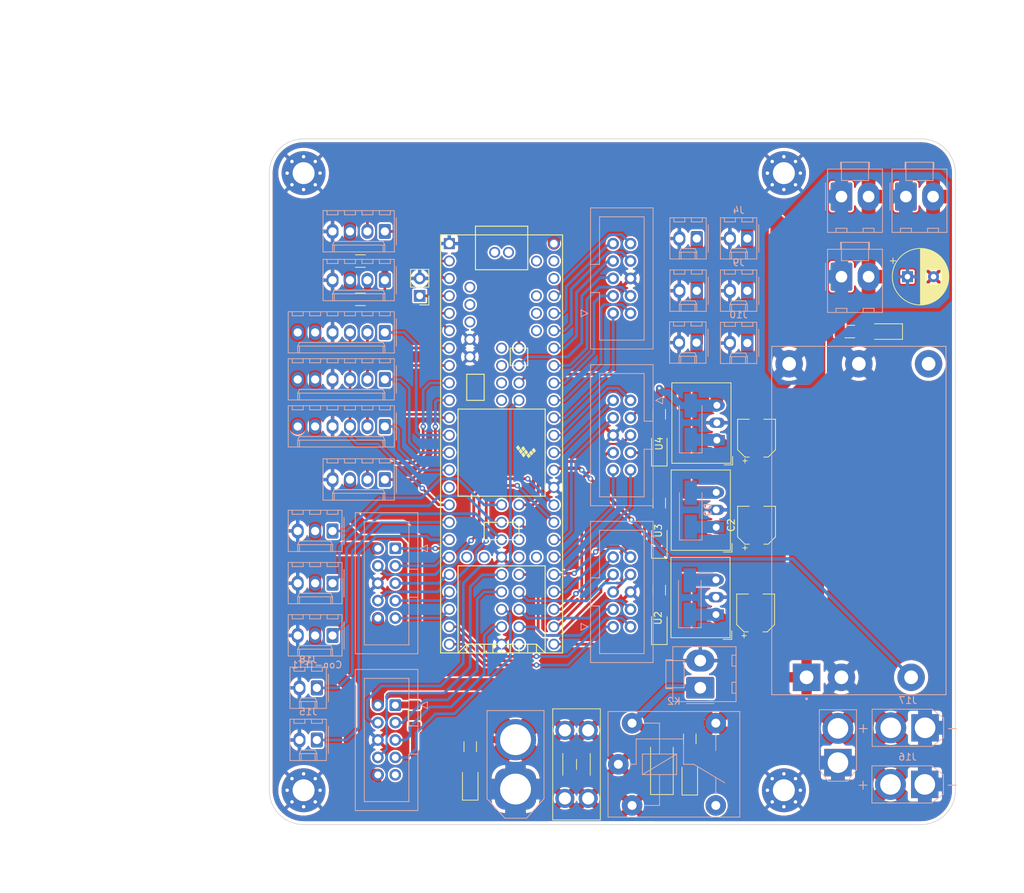
<source format=kicad_pcb>
(kicad_pcb (version 20221018) (generator pcbnew)
  (title_block (title "Main Board 2023") (date "2022-08-08") (rev "1") (company "Les Karibous") (comment 4 "AISLER Project ID: HRPDFZBS"))
  (layers (0 "F.Cu" signal "Front") (31 "B.Cu" signal "Back") (34 "B.Paste" user) (35 "F.Paste" user) (36 "B.SilkS" user "B.Silkscreen") (37 "F.SilkS" user "F.Silkscreen") (38 "B.Mask" user) (39 "F.Mask" user) (44 "Edge.Cuts" user))
  (net 0 "")
  (net 1 "RX-lidar")
  (net 2 "Init")
  (net 3 "STEP_3")
  (net 4 "DIR_3")
  (net 5 "En5VP")
  (net 6 "STEP_1")
  (net 7 "DIR_1")
  (net 8 "Tirette")
  (net 9 "STEP_2")
  (net 10 "GND")
  (net 11 "DIR_2")
  (net 12 "+3V3")
  (net 13 "+5V")
  (net 14 "+BATT")
  (net 15 "+24V")
  (net 16 "Net-(D1-A)")
  (net 17 "Net-(D3-A)")
  (net 18 "/24VD")
  (net 19 "SCL")
  (net 20 "SDA")
  (net 21 "TX-lidar")
  (net 22 "DOUT-xbee")
  (net 23 "DIN-xbee")
  (net 24 "EN")
  (net 25 "+5VP")
  (net 26 "Net-(D4-A)")
  (net 27 "NEO_PIXEL")
  (net 28 "Net-(D5-A)")
  (net 29 "Net-(D6-A)")
  (net 30 "Couleur")
  (net 31 "Detection")
  (net 32 "Net-(D8-A)")
  (net 33 "TFT_SCK")
  (net 34 "Robot")
  (net 35 "TFT_MOSI")
  (net 36 "TFT_CS")
  (net 38 "IHM_3")
  (net 39 "Sensor-01")
  (net 40 "Sensor-02")
  (net 41 "IHM_4")
  (net 44 "DAC1")
  (net 45 "DAC0")
  (net 51 "Sensor-03")
  (net 53 "TFT_MISO")
  (net 55 "TFT_DC")
  (net 67 "C_Act1-1")
  (net 68 "C_Act1-2")
  (net 69 "C_Act1-3")
  (net 70 "C_Act1-4")
  (net 71 "C_Act1-9")
  (net 72 "C_Act1-5")
  (net 73 "C_Act1-6")
  (net 74 "C_Act1-7")
  (net 75 "C_Act1-8")
  (net 76 "C_Act2-8")
  (net 77 "C_Act2-7")
  (net 78 "C_Act2-6")
  (net 79 "C_Act2-5")
  (net 80 "C_Act2-9")
  (net 81 "C_Act2-4")
  (net 82 "C_Act2-3")
  (net 83 "C_Act2-2")
  (net 84 "C_Act2-1")
  (net 85 "C_Act3-1")
  (net 86 "C_Act3-2")
  (net 87 "C_Act3-3")
  (net 88 "C_Act3-4")
  (net 89 "C_Act3-9")
  (net 90 "C_Act3-5")
  (net 91 "C_Act3-6")
  (net 92 "C_Act3-7")
  (net 93 "C_Act3-8")
  (net 94 "Net-(Con-TFT1-Pin_1)")
  (net 98 "+12V")
  (net 100 "Net-(D10-A)")
  (footprint "Capacitor_SMD:CP_Elec_5x5.4" (layer "F.Cu") (at 171.019 106.346 90)
    (fp_text reference "C2")
    (fp_text value "22uF")
  )
  (footprint "Converter_DCDC:Converter_DCDC_RECOM_R-78E-0.5_THT" (layer "F.Cu") (at 165.14 106.64 90)
    (fp_text reference "U3")
    (fp_text value "R-78B12-2.0")
  )
  (footprint "Diode_SMD:D_SMA_Handsoldering" (layer "F.Cu") (at 157.226 141.224 90)
    (fp_text reference "D4" hide)
    (fp_text value "D_Small" hide)
  )
  (footprint "Resistor_SMD:R_1206_3216Metric_Pad1.30x1.75mm_HandSolder" (layer "F.Cu") (at 184.61 78.105 180)
    (fp_text reference "R4" hide)
    (fp_text value "R_Small" hide)
  )
  (footprint "Resistor_SMD:R_1206_3216Metric_Pad1.30x1.75mm_HandSolder" (layer "F.Cu") (at 156.845 90.17 90)
    (fp_text reference "R2" hide)
    (fp_text value "R_Small" hide)
  )
  (footprint "Capacitor_SMD:CP_Elec_5x5.4" (layer "F.Cu") (at 170.886 119.139 90)
    (fp_text reference "C7" hide)
    (fp_text value "22uF" hide)
  )
  (footprint "LED_SMD:LED_1206_3216Metric_Pad1.42x1.75mm_HandSolder" (layer "F.Cu") (at 156.845 108.712 90)
    (fp_text reference "D10" hide)
    (fp_text value "LED_Small" hide)
  )
  (footprint "Resistor_SMD:R_1206_3216Metric_Pad1.30x1.75mm_HandSolder" (layer "F.Cu") (at 129.286 138.6475 90)
    (fp_text reference "R3" hide)
    (fp_text value "R_Small" hide)
  )
  (footprint "Resistor_SMD:R_1206_3216Metric_Pad1.30x1.75mm_HandSolder" (layer "F.Cu") (at 156.845 103.124 90)
    (fp_text reference "R5" hide)
    (fp_text value "R_Small" hide)
  )
  (footprint "Connector_PinHeader_2.54mm:PinHeader_1x02_P2.54mm_Vertical" (layer "F.Cu") (at 121.92 72.898 180)
    (fp_text reference "J8" hide)
    (fp_text value "Conn_01x02" hide)
  )
  (footprint "Resistor_SMD:R_1206_3216Metric_Pad1.30x1.75mm_HandSolder" (layer "F.Cu") (at 113.284 73.406 180)
    (fp_text reference "R22" hide)
    (fp_text value "R_Small" hide)
  )
  (footprint "MountingHole:MountingHole_3.2mm_M3_Pad_Via" (layer "F.Cu") (at 105 145)
    (fp_text reference "H4" hide)
    (fp_text value "M3" hide)
  )
  (footprint "Converter_DCDC:Converter_DCDC_RECOM_R-78E-0.5_THT" (layer "F.Cu") (at 165.233 93.94 90)
    (fp_text reference "U4")
    (fp_text value "R-78B5.0-2.0")
  )
  (footprint "LED_SMD:LED_1206_3216Metric_Pad1.42x1.75mm_HandSolder" (layer "F.Cu") (at 156.845 121.285 90)
    (fp_text reference "D8" hide)
    (fp_text value "LED_Small" hide)
  )
  (footprint "Resistor_SMD:R_1206_3216Metric_Pad1.30x1.75mm_HandSolder" (layer "F.Cu") (at 156.845 115.824 90)
    (fp_text reference "R17" hide)
    (fp_text value "R_Small" hide)
  )
  (footprint "Capacitor_THT:CP_Radial_D8.0mm_P3.80mm" (layer "F.Cu") (at 193.015349 70.104)
    (fp_text reference "C6" hide)
    (fp_text value "220uF" hide)
  )
  (footprint "Resistor_SMD:R_1206_3216Metric_Pad1.30x1.75mm_HandSolder" (layer "F.Cu") (at 121.158 134.112 90)
    (fp_text reference "R6" hide)
    (fp_text value "R_Small" hide)
  )
  (footprint "MountingHole:MountingHole_3.2mm_M3_Pad_Via" (layer "F.Cu") (at 175 145)
    (fp_text reference "H3" hide)
    (fp_text value "M3" hide)
  )
  (footprint "LED_SMD:LED_1206_3216Metric_Pad1.42x1.75mm_HandSolder" (layer "F.Cu") (at 156.845 95.25 90)
    (fp_text reference "D3" hide)
    (fp_text value "LED_Small" hide)
  )
  (footprint "LED_SMD:LED_1206_3216Metric_Pad1.42x1.75mm_HandSolder" (layer "F.Cu") (at 129.286 143.9815 90)
    (fp_text reference "D5" hide)
    (fp_text value "LED_Small" hide)
  )
  (footprint "Capacitor_SMD:CP_Elec_5x5.4" (layer "F.Cu") (at 171.019 93.646 90)
    (fp_text reference "C1" hide)
    (fp_text value "22uF" hide)
  )
  (footprint "Resistor_SMD:R_1206_3216Metric_Pad1.30x1.75mm_HandSolder" (layer "F.Cu") (at 113.284 67.818 180)
    (fp_text reference "R21" hide)
    (fp_text value "R_Small" hide)
  )
  (footprint "LED_SMD:LED_1206_3216Metric_Pad1.42x1.75mm_HandSolder" (layer "F.Cu") (at 161.29 143.23 90)
    (fp_text reference "D1" hide)
    (fp_text value "LED_Small" hide)
  )
  (footprint "MountingHole:MountingHole_3.2mm_M3_Pad_Via" (layer "F.Cu") (at 175 55)
    (fp_text reference "H2" hide)
    (fp_text value "M3" hide)
  )
  (footprint "Teensy:Teensy35_36_All_Pins" (layer "F.Cu") (at 133.858 94.488 -90)
    (fp_text reference "U1" hide)
    (fp_text value "Teensy3.5_All_Pins" hide)
  )
  (footprint "Converter_DCDC:Converter_DCDC_RECOM_R-78E-0.5_THT" (layer "F.Cu") (at 165.1 119.38 90)
    (fp_text reference "U2")
    (fp_text value "R-78B3.3-2.0")
  )
  (footprint "Fuse:Fuseholder_Blade_Mini_Keystone_3568" (layer "F.Cu") (at 146.48 136.264 -90)
    (fp_text reference "F1" hide)
    (fp_text value "Fuse_Small" hide)
  )
  (footprint "MountingHole:MountingHole_3.2mm_M3_Pad_Via" (layer "F.Cu") (at 105 55)
    (fp_text reference "H1" hide)
    (fp_text value "M3" hide)
  )
  (footprint "Resistor_SMD:R_1206_3216Metric_Pad1.30x1.75mm_HandSolder" (layer "F.Cu") (at 161.29 137.515 90)
    (fp_text reference "R1" hide)
    (fp_text value "R_Small" hide)
  )
  (footprint "LED_SMD:LED_1206_3216Metric_Pad1.42x1.75mm_HandSolder" (layer "F.Cu") (at 189.8275 78.105 180)
    (fp_text reference "D6" hide)
    (fp_text value "LED_Small" hide)
  )
  (footprint "Connector_Molex:Molex_KK-254_AE-6410-06A_1x06_P2.54mm_Vertical" (layer "B.Cu") (at 116.84 78.232 180)
    (fp_text reference "J5" hide)
    (fp_text value "ConStep1" hide)
  )
  (footprint "Connector_AMASS:AMASS_XT30U-F_1x02_P5.0mm_Vertical" (layer "B.Cu") (at 195.58 135.89 180)
    (fp_text reference "J17")
    (fp_text value "XT30")
  )
  (footprint "Connector_Molex:Molex_KK-254_AE-6410-04A_1x04_P2.54mm_Vertical" (layer "B.Cu") (at 116.84 70.612 180)
    (fp_text reference "J22" hide)
    (fp_text value "Conn_01x04" hide)
  )
  (footprint "Connector_IDC:IDC-Header_2x05_P2.54mm_Vertical" (layer "B.Cu") (at 118.364 132.588 180)
    (fp_text reference "Con-TFT1")
    (fp_text value "Conn_02x05_Odd_Even")
  )
  (footprint "Connector_Molex:Molex_KK-254_AE-6410-02A_1x02_P2.54mm_Vertical" (layer "B.Cu") (at 169.672 64.536 180)
    (fp_text reference "J4")
    (fp_text value "Conn_01x02")
  )
  (footprint "Connector_IDC:IDC-Header_2x05_P2.54mm_Vertical" (layer "B.Cu") (at 118.364 109.728 180)
    (fp_text reference "IHM-IO1" hide)
    (fp_text value "Conn_02x05_Odd_Even" hide)
  )
  (footprint "Connector_Molex:Molex_KK-254_AE-6410-04A_1x04_P2.54mm_Vertical" (layer "B.Cu") (at 116.84 63.5 180)
    (fp_text reference "J12" hide)
    (fp_text value "Conn_01x04" hide)
  )
  (footprint "Connector_Molex:Molex_KK-396_A-41791-0002_1x02_P3.96mm_Vertical" (layer "B.Cu") (at 183.388 70.104)
    (fp_text reference "J27" hide)
    (fp_text value "BAU" hide)
  )
  (footprint "Diode_SMD:D_SMA_Handsoldering" (layer "B.Cu") (at 161.29 116.893 90)
    (fp_text reference "D7" hide)
    (fp_text value "D_Small" hide)
  )
  (footprint "Connector_Molex:Molex_KK-254_AE-6410-02A_1x02_P2.54mm_Vertical" (layer "B.Cu") (at 169.672 79.776 180)
    (fp_text reference "J10")
    (fp_text value "Conn_01x02")
  )
  (footprint "Connector_Molex:Molex_KK-254_AE-6410-03A_1x03_P2.54mm_Vertical" (layer "B.Cu") (at 109.22 122.428 180)
    (fp_text reference "J14" hide)
    (fp_text value "Conn_01x03" hide)
  )
  (footprint "Connector_Molex:Molex_KK-254_AE-6410-02A_1x02_P2.54mm_Vertical" (layer "B.Cu") (at 169.672 72.156 180)
    (fp_text reference "J9")
    (fp_text value "Conn_01x02")
  )
  (footprint "Connector_AMASS:AMASS_XT30U-F_1x02_P5.0mm_Vertical" (layer "B.Cu") (at 182.88 140.97 90)
    (fp_text reference "J7" hide)
    (fp_text value "XT30" hide)
  )
  (footprint "Connector_Molex:Molex_KK-396_A-41791-0002_1x02_P3.96mm_Vertical" (layer "B.Cu") (at 183.388 58.42)
    (fp_text reference "J20" hide)
    (fp_text value "BAU" hide)
  )
  (footprint "Connector_IDC:IDC-Header_2x05_P2.54mm_Vertical" (layer "B.Cu") (at 152.654 88.138 180)
    (fp_text reference "C_Act2" hide)
    (fp_text value "Conn_02x05_Odd_Even" hide)
  )
  (footprint "Relay_THT:Relay_SPDT_Finder_36.11" (layer "B.Cu") (at 150.876 141.212)
    (fp_text reference "K2")
    (fp_text value "FINDER-36.11")
  )
  (footprint "Connector_Molex:Molex_KK-254_AE-6410-02A_1x02_P2.54mm_Vertical" (layer "B.Cu") (at 106.934 137.668 180)
    (fp_text reference "J15")
    (fp_text value "Conn_01x02")
  )
  (footprint "Diode_SMD:D_SMA_Handsoldering" (layer "B.Cu") (at 161.423 91.4 90)
    (fp_text reference "D2" hide)
    (fp_text value "D_Small" hide)
  )
  (footprint "Connector_Molex:Molex_KK-254_AE-6410-02A_1x02_P2.54mm_Vertical" (layer "B.Cu") (at 162.306 64.536 180)
    (fp_text reference "J29" hide)
    (fp_text value "Conn_01x02" hide)
  )
  (footprint "Connector_Molex:Molex_KK-254_AE-6410-03A_1x03_P2.54mm_Vertical" (layer "B.Cu") (at 109.22 107.188 180)
    (fp_text reference "J13" hide)
    (fp_text value "Conn_01x03" hide)
  )
  (footprint "Connector_AMASS:AMASS_XT60-M_1x02_P7.20mm_Vertical" (layer "B.Cu") (at 135.89 144.824 90)
    (fp_text reference "J1" hide)
    (fp_text value "XT60" hide)
  )
  (footprint "Connector_IDC:IDC-Header_2x05_P2.54mm_Vertical" (layer "B.Cu") (at 150.114 75.438)
    (fp_text reference "C_Act1" hide)
    (fp_text value "Conn_02x05_Odd_Even" hide)
  )
  (footprint "Connector_Molex:Molex_KK-254_AE-6410-02A_1x02_P2.54mm_Vertical" (layer "B.Cu") (at 162.266 79.7252 180)
    (fp_text reference "J28" hide)
    (fp_text value "Conn_01x02" hide)
  )
  (footprint "Diode_SMD:D_SMA_Handsoldering" (layer "B.Cu") (at 161.423 104.1 90)
    (fp_text reference "D9")
    (fp_text value "D_Small")
  )
  (footprint "Connector_Molex:Molex_KK-254_AE-6410-03A_1x03_P2.54mm_Vertical" (layer "B.Cu") (at 109.22 114.808 180)
    (fp_text reference "J11" hide)
    (fp_text value "Conn_01x03" hide)
  )
  (footprint "Connector_Molex:Molex_KK-254_AE-6410-02A_1x02_P2.54mm_Vertical" (layer "B.Cu") (at 106.934 130.068 180)
    (fp_text reference "J18")
    (fp_text value "Conn_01x02")
  )
  (footprint "Connector_AMASS:AMASS_XT30U-F_1x02_P5.0mm_Vertical" (layer "B.Cu") (at 195.54 144.145 180)
    (fp_text reference "J16")
    (fp_text value "XT30")
  )
  (footprint "Connector_Molex:Molex_KK-254_AE-6410-06A_1x06_P2.54mm_Vertical" (layer "B.Cu") (at 116.84 85.09 180)
    (fp_text reference "J3" hide)
    (fp_text value "ConStep1" hide)
  )
  (footprint "Connector_Molex:Molex_KK-254_AE-6410-04A_1x04_P2.54mm_Vertical" (layer "B.Cu") (at 116.84 99.695 180)
    (fp_text reference "J2" hide)
    (fp_text value "Conn_01x04" hide)
  )
  (footprint "TEN 50-2411:CONV_TEN_50-2411" (layer "B.Cu") (at 185.928 105.664 90)
    (fp_text reference "PS1" hide)
    (fp_text value "TEN_50-2411" hide)
  )
  (footprint "Connector_Molex:Molex_KK-254_AE-6410-06A_1x06_P2.54mm_Vertical" (layer "B.Cu") (at 116.84 91.948 180)
    (fp_text reference "J6" hide)
    (fp_text value "ConStep1" hide)
  )
  (footprint "Connector_Molex:Molex_KK-254_AE-6410-02A_1x02_P2.54mm_Vertical" (layer "B.Cu") (at 162.306 72.156 180)
    (fp_text reference "J23" hide)
    (fp_text value "Conn_01x02" hide)
  )
  (footprint "Connector_Molex:Molex_KK-396_A-41791-0002_1x02_P3.96mm_Vertical" (layer "B.Cu") (at 162.814 130.048 90)
    (fp_text reference "J21" hide)
    (fp_text value "BAU" hide)
  )
  (footprint "Connector_IDC:IDC-Header_2x05_P2.54mm_Vertical" (layer "B.Cu") (at 150.114 121.158)
    (fp_text reference "C_Act3" hide)
    (fp_text value "Conn_02x05_Odd_Even" hide)
  )
  (footprint "Connector_Molex:Molex_KK-396_A-41791-0002_1x02_P3.96mm_Vertical" (layer "B.Cu") (at 192.786 58.42)
    (fp_text reference "J26" hide)
    (fp_text value "BAU" hide)
  )
  (gr_line locked (start 200 145) (end 200 55) (stroke (width 0.1)) (layer "Edge.Cuts"))
  (gr_arc locked (start 100 55) (mid 101.464466 51.464466) (end 105 50) (stroke (width 0.1)) (layer "Edge.Cuts"))
  (gr_line locked (start 195 50) (end 105 50) (stroke (width 0.1)) (layer "Edge.Cuts"))
  (gr_arc locked (start 195 50) (mid 198.535534 51.464466) (end 200 55) (stroke (width 0.1)) (layer "Edge.Cuts"))
  (gr_line locked (start 105 150) (end 195 150) (stroke (width 0.1)) (layer "Edge.Cuts"))
  (gr_arc locked (start 105 150) (mid 101.464466 148.535534) (end 100 145) (stroke (width 0.1)) (layer "Edge.Cuts"))
  (gr_arc locked (start 200 145) (mid 198.535534 148.535534) (end 195 150) (stroke (width 0.1)) (layer "Edge.Cuts"))
  (gr_line locked (start 100 55) (end 100 145) (stroke (width 0.1)) (layer "Edge.Cuts"))
  (segment (start 125.476 70.358) (end 126.238 70.358) (width 0.4) (layer "F.Cu") (net 1))
  (segment (start 116.84 63.5) (end 118.618 63.5) (width 0.4) (layer "F.Cu") (net 1))
  (segment (start 118.618 63.5) (end 125.476 70.358) (width 0.4) (layer "F.Cu") (net 1))
  (segment (start 116.332 105.918) (end 112.106 110.144) (width 0.4) (layer "B.Cu") (net 2))
  (segment (start 112.106 127.924) (end 109.962 130.068) (width 0.4) (layer "B.Cu") (net 2))
  (segment (start 109.962 130.068) (end 106.934 130.068) (width 0.4) (layer "B.Cu") (net 2))
  (segment (start 112.106 110.144) (end 112.106 127.924) (width 0.4) (layer "B.Cu") (net 2))
  (segment (start 126.238 105.918) (end 116.332 105.918) (width 0.4) (layer "B.Cu") (net 2))
  (segment (start 114.3 90.6145) (end 114.3 91.948) (width 0.4) (layer "F.Cu") (net 3))
  (segment (start 126.238 90.678) (end 125.222 90.678) (width 0.4) (layer "F.Cu") (net 3))
  (segment (start 125.222 90.678) (end 124.714 90.17) (width 0.4) (layer "F.Cu") (net 3))
  (segment (start 124.714 90.17) (end 114.7445 90.17) (width 0.4) (layer "F.Cu") (net 3))
  (segment (start 114.7445 90.17) (end 114.3 90.6145) (width 0.4) (layer "F.Cu") (net 3))
  (segment (start 118.364 91.948) (end 116.84 91.948) (width 0.4) (layer "B.Cu") (net 4))
  (segment (start 118.872 92.456) (end 118.364 91.948) (width 0.4) (layer "B.Cu") (net 4))
  (segment (start 121.92 98.298) (end 118.872 95.25) (width 0.4) (layer "B.Cu") (net 4))
  (segment (start 118.872 95.25) (end 118.872 92.456) (width 0.4) (layer "B.Cu") (net 4))
  (segment (start 126.238 98.298) (end 121.92 98.298) (width 0.4) (layer "B.Cu") (net 4))
  (segment (start 145.542 98.298) (end 145.288 98.044) (width 0.5) (layer "F.Cu") (net 5))
  (segment (start 145.288 98.044) (end 141.732 98.044) (width 0.5) (layer "F.Cu") (net 5))
  (segment (start 141.732 98.044) (end 141.478 98.298) (width 0.5) (layer "F.Cu") (net 5))
  (segment (start 152.781 105.537) (end 146.812 99.568) (width 0.5) (layer "F.Cu") (net 5))
  (via (at 145.542 98.298) (size 0.8) (drill 0.4) (layers "F.Cu" "B.Cu") (net 5))
  (via (at 146.812 99.568) (size 0.8) (drill 0.4) (layers "F.Cu" "B.Cu") (net 5))
  (via (at 152.781 105.537) (size 0.8) (drill 0.4) (layers "F.Cu" "B.Cu") (net 5))
  (segment (start 152.781 105.537) (end 158.496 111.252) (width 0.5) (layer "B.Cu") (net 5))
  (segment (start 158.496 111.252) (end 176.276 111.252) (width 0.5) (layer "B.Cu") (net 5))
  (segment (start 146.812 99.568) (end 145.542 98.298) (width 0.5) (layer "B.Cu") (net 5))
  (segment (start 176.276 111.252) (end 193.548 128.524) (width 0.5) (layer "B.Cu") (net 5))
  (segment (start 126.238 80.518) (end 115.062 80.518) (width 0.4) (layer "F.Cu") (net 6))
  (segment (start 114.3 79.756) (end 114.3 78.232) (width 0.4) (layer "F.Cu") (net 6))
  (segment (start 115.062 80.518) (end 114.3 79.756) (width 0.4) (layer "F.Cu") (net 6))
  (segment (start 121.412 80.01) (end 119.634 78.232) (width 0.4) (layer "B.Cu") (net 7))
  (segment (start 126.238 93.218) (end 121.92 93.218) (width 0.4) (layer "B.Cu") (net 7))
  (segment (start 121.92 93.218) (end 121.412 92.71) (width 0.4) (layer "B.Cu") (net 7))
  (segment (start 121.412 92.71) (end 121.412 80.01) (width 0.4) (layer "B.Cu") (net 7))
  (segment (start 119.634 78.232) (end 116.84 78.232) (width 0.4) (layer "B.Cu") (net 7))
  (segment (start 113.03 110.49) (end 113.03 135.89) (width 0.4) (layer "B.Cu") (net 8))
  (segment (start 126.238 108.458) (end 123.444 108.458) (width 0.4) (layer "B.Cu") (net 8))
  (segment (start 123.444 108.458) (end 122.936 107.95) (width 0.4) (layer "B.Cu") (net 8))
  (segment (start 113.03 135.89) (end 111.252 137.668) (width 0.4) (layer "B.Cu") (net 8))
  (segment (start 122.936 107.95) (end 115.57 107.95) (width 0.4) (layer "B.Cu") (net 8))
  (segment (start 111.252 137.668) (end 106.934 137.668) (width 0.4) (layer "B.Cu") (net 8))
  (segment (start 115.57 107.95) (end 113.03 110.49) (width 0.4) (layer "B.Cu") (net 8))
  (segment (start 126.238 83.058) (end 115.062 83.058) (width 0.4) (layer "F.Cu") (net 9))
  (segment (start 114.3 83.82) (end 114.3 85.09) (width 0.4) (layer "F.Cu") (net 9))
  (segment (start 115.062 83.058) (end 114.3 83.82) (width 0.4) (layer "F.Cu") (net 9))
  (segment (start 120.396 94.234) (end 120.396 86.36) (width 0.4) (layer "B.Cu") (net 11))
  (segment (start 120.396 86.36) (end 119.126 85.09) (width 0.4) (layer "B.Cu") (net 11))
  (segment (start 121.92 95.758) (end 120.396 94.234) (width 0.4) (layer "B.Cu") (net 11))
  (segment (start 126.238 95.758) (end 121.92 95.758) (width 0.4) (layer "B.Cu") (net 11))
  (segment (start 119.126 85.09) (end 116.84 85.09) (width 0.4) (layer "B.Cu") (net 11))
  (segment (start 160.528 114.3) (end 160.528 123.444) (width 1.8) (layer "F.Cu") (net 12))
  (segment (start 121.412 129.54) (end 116.84 129.54) (width 1.8) (layer "F.Cu") (net 12))
  (segment (start 119.38 106.68) (end 121.285 108.585) (width 1.8) (layer "F.Cu") (net 12))
  (segment (start 116.84 125.095) (end 115.824 124.079) (width 1.8) (layer "F.Cu") (net 12))
  (segment (start 156.871 114.3) (end 165.1 114.3) (width 1.8) (layer "F.Cu") (net 12))
  (segment (start 165.1 114.3) (end 160.528 114.3) (width 1.8) (layer "F.Cu") (net 12))
  (segment (start 115.824 130.556) (end 115.824 132.588) (width 1.8) (layer "F.Cu") (net 12))
  (segment (start 121.285 129.413) (end 121.412 129.54) (width 1.8) (layer "F.Cu") (net 12))
  (segment (start 160.528 123.444) (end 154.432 129.54) (width 1.8) (layer "F.Cu") (net 12))
  (segment (start 111.76 104.648) (end 113.792 106.68) (width 1.8) (layer "F.Cu") (net 12))
  (segment (start 156.845 114.274) (end 156.871 114.3) (width 1.8) (layer "F.Cu") (net 12))
  (segment (start 116.84 125.095) (end 116.84 129.54) (width 1.8) (layer "F.Cu") (net 12))
  (segment (start 113.792 106.68) (end 119.38 106.68) (width 1.8) (layer "F.Cu") (net 12))
  (segment (start 111.76 99.695) (end 111.76 104.648) (width 1.8) (layer "F.Cu") (net 12))
  (segment (start 116.84 129.54) (end 115.824 130.556) (width 1.8) (layer "F.Cu") (net 12))
  (segment (start 121.285 108.585) (end 121.285 129.413) (width 1.8) (layer "F.Cu") (net 12))
  (segment (start 154.432 129.54) (end 121.412 129.54) (width 1.8) (layer "F.Cu") (net 12))
  (segment (start 115.824 124.079) (end 115.824 119.888) (width 1.8) (layer "F.Cu") (net 12))
  (segment (start 165.007 114.393) (end 165.1 114.3) (width 1.8) (layer "B.Cu") (net 12))
  (segment (start 161.29 114.393) (end 165.007 114.393) (width 1.8) (layer "B.Cu") (net 12))
  (segment (start 106.68 109.728) (end 115.824 109.728) (width 1.8) (layer "F.Cu") (net 13))
  (segment (start 111.76 70.612) (end 111.76 73.38) (width 1.8) (layer "F.Cu") (net 13))
  (segment (start 106.68 114.808) (end 106.68 122.428) (width 1.8) (layer "F.Cu") (net 13))
  (segment (start 106.68 76.2) (end 106.68 78.232) (width 1.8) (layer "F.Cu") (net 13))
  (segment (start 116.332 145.288) (end 120.65 145.288) (width 1) (layer "F.Cu") (net 13))
  (segment (start 106.68 91.948) (end 106.68 107.188) (width 1.8) (layer "F.Cu") (net 13))
  (segment (start 111.76 63.5) (end 111.76 67.792) (width 1.8) (layer "F.Cu") (net 13))
  (segment (start 169.672 72.156) (end 169.672 64.536) (width 1.8) (layer "F.Cu") (net 13))
  (segment (start 169.672 79.776) (end 169.672 72.156) (width 1.8) (layer "F.Cu") (net 13))
  (segment (start 111.76 73.38) (end 111.734 73.406) (width 1.8) (layer "F.Cu") (net 13))
  (segment (start 120.65 145.288) (end 121.158 144.78) (width 1) (layer "F.Cu") (net 13))
  (segment (start 106.68 122.428) (end 106.68 124.873) (width 1.8) (layer "F.Cu") (net 13))
  (segment (start 115.824 144.78) (end 116.332 145.288) (width 1) (layer "F.Cu") (net 13))
  (segment (start 111.76 67.792) (end 111.734 67.818) (width 1.8) (layer "F.Cu") (net 13))
  (segment (start 111.76 141.732) (end 112.776 142.748) (width 1.8) (layer "F.Cu") (net 13))
  (segment (start 114.3 58.42) (end 111.76 60.96) (width 1.8) (layer "F.Cu") (net 13))
  (segment (start 169.672 62.992) (end 165.1 58.42) (width 1.8) (layer "F.Cu") (net 13))
  (segment (start 111.734 73.406) (end 111.734 74.194) (width 1.8) (layer "F.Cu") (net 13))
  (segment (start 169.672 64.536) (end 169.672 62.992) (width 1.8) (layer "F.Cu") (net 13))
  (segment (start 111.252 74.676) (end 108.204 74.676) (width 1.8) (layer "F.Cu") (net 13))
  (segment (start 140.208 58.42) (end 114.3 58.42) (width 1.8) (layer "F.Cu") (net 13))
  (segment (start 165.1 58.42) (end 140.208 58.42) (width 1.8) (layer "F.Cu") (net 13))
  (segment (start 106.68 124.873) (end 111.76 129.953) (width 1.8) (layer "F.Cu") (net 13))
  (segment (start 111.734 74.194) (end 111.252 74.676) (width 1.8) (layer "F.Cu") (net 13))
  (segment (start 166.116 83.82) (end 169.164 83.82) (width 1.8) (layer "F.Cu") (net 13))
  (segment (start 111.76 60.96) (end 111.76 63.5) (width 1.8) (layer "F.Cu") (net 13))
  (segment (start 169.672 83.312) (end 169.672 79.776) (width 1.8) (layer "F.Cu") (net 13))
  (segment (start 106.68 85.09) (end 106.68 91.948) (width 1.8) (layer "F.Cu") (net 13))
  (segment (start 111.76 129.953) (end 111.76 141.732) (width 1.8) (layer "F.Cu") (net 13))
  (segment (start 106.68 78.232) (end 106.68 85.09) (width 1.8) (layer "F.Cu") (net 13))
  (segment (start 106.68 109.728) (end 106.68 114.808) (width 1.8) (layer "F.Cu") (net 13))
  (segment (start 141.224 58.42) (end 140.208 58.42) (width 1.8) (layer "F.Cu") (net 13))
  (segment (start 106.68 107.188) (end 106.68 109.728) (width 1.8) (layer "F.Cu") (net 13))
  (segment (start 169.164 83.82) (end 169.672 83.312) (width 1.8) (layer "F.Cu") (net 13))
  (segment (start 112.776 142.748) (end 115.824 142.748) (width 1.8) (layer "F.Cu") (net 13))
  (segment (start 165.233 88.86) (end 165.233 84.703) (width 1.8) (layer "F.Cu") (net 13))
  (segment (start 111.734 70.586) (end 111.76 70.612) (width 1.8) (layer "F.Cu") (net 13))
  (segment (start 121.158 144.78) (end 121.158 135.662) (width 1) (layer "F.Cu") (net 13))
  (segment (start 165.233 84.703) (end 166.116 83.82) (width 1.8) (layer "F.Cu") (net 13))
  (segment (start 115.824 142.748) (end 115.824 144.78) (width 1) (layer "F.Cu") (net 13))
  (segment (start 141.478 65.278) (end 141.478 58.674) (width 1.8) (layer "F.Cu") (net 13))
  (segment (start 108.204 74.676) (end 106.68 76.2) (width 1.8) (layer "F.Cu") (net 13))
  (segment (start 141.478 58.674) (end 141.224 58.42) (width 1.8) (layer "F.Cu") (net 13))
  (segment (start 111.734 67.818) (end 111.734 70.586) (width 1.8) (layer "F.Cu") (net 13))
  (segment (start 156.845 86.36) (end 156.845 88.62) (width 1) (layer "F.Cu") (net 13))
  (via (at 156.845 86.36) (size 0.8) (drill 0.4) (layers "F.Cu" "B.Cu") (net 13))
  (segment (start 161.423 88.9) (end 165.193 88.9) (width 1.8) (layer "B.Cu") (net 13))
  (segment (start 161.423 88.9) (end 160.02 88.9) (width 1) (layer "B.Cu") (net 13))
  (segment (start 158.115 86.995) (end 157.48 86.995) (width 1) (layer "B.Cu") (net 13))
  (segment (start 165.193 88.9) (end 165.233 88.86) (width 1) (layer "B.Cu") (net 13))
  (segment (start 157.48 86.995) (end 156.845 86.36) (width 1) (layer "B.Cu") (net 13))
  (segment (start 160.02 88.9) (end 158.115 86.995) (width 1) (layer "B.Cu") (net 13))
  (segment (start 132.544 137.624) (end 135.89 137.624) (width 1) (layer "F.Cu") (net 14))
  (segment (start 132.0175 137.0975) (end 132.544 137.624) (width 1) (layer "F.Cu") (net 14))
  (segment (start 129.286 137.0975) (end 132.0175 137.0975) (width 1) (layer "F.Cu") (net 14))
  (segment (start 171.019 95.846) (end 176.276 95.846) (width 2) (layer "F.Cu") (net 15))
  (segment (start 179.832 79.756) (end 174.244 74.168) (width 2.4) (layer "F.Cu") (net 15))
  (segment (start 170.886 121.339) (end 167.059 121.339) (width 2) (layer "F.Cu") (net 15))
  (segment (start 167.139 95.846) (end 165.233 93.94) (width 2) (layer "F.Cu") (net 15))
  (segment (start 165.076 135.212) (end 162.043 135.212) (width 1) (layer "F.Cu") (net 15))
  (segment (start 166.878 55.118) (end 112.776 55.118) (width 2.4) (layer "F.Cu") (net 15))
  (segment (start 179.832 86.36) (end 179.832 79.756) (width 2.4) (layer "F.Cu") (net 15))
  (segment (start 165.14 106.64) (end 169.113 106.64) (width 2) (layer "F.Cu") (net 15))
  (segment (start 170.886 121.339) (end 170.959 121.412) (width 2) (layer "F.Cu") (net 15))
  (segment (start 112.776 55.118) (end 104.14 63.754) (width 2.4) (layer "F.Cu") (net 15))
  (segment (start 104.14 63.754) (end 104.14 78.232) (width 2.4) (layer "F.Cu") (net 15))
  (segment (start 104.14 85.09) (end 104.14 78.232) (width 2.4) (layer "F.Cu") (net 15))
  (segment (start 177.292 88.9) (end 179.832 86.36) (width 2.4) (layer "F.Cu") (net 15))
  (segment (start 169.113 106.64) (end 171.019 108.546) (width 2) (layer "F.Cu") (net 15))
  (segment (start 174.244 74.168) (end 174.244 62.484) (width 2.4) (layer "F.Cu") (net 15))
  (segment (start 174.244 62.484) (end 166.878 55.118) (width 2.4) (layer "F.Cu") (net 15))
  (segment (start 171.019 108.546) (end 176.276 108.546) (width 2) (layer "F.Cu") (net 15))
  (segment (start 162.043 135.212) (end 161.29 135.965) (width 1) (layer "F.Cu") (net 15))
  (segment (start 167.059 121.339) (end 165.1 119.38) (width 2) (layer "F.Cu") (net 15))
  (segment (start 104.14 91.948) (end 104.14 85.09) (width 2.4) (layer "F.Cu") (net 15))
  (segment (start 171.019 95.846) (end 167.139 95.846) (width 2) (layer "F.Cu") (net 15))
  (segment (start 170.959 121.412) (end 176.276 121.412) (width 2) (layer "F.Cu") (net 15))
  (segment (start 161.423 93.9) (end 165.193 93.9) (width 1.8) (layer "B.Cu") (net 15))
  (segment (start 165.193 93.9) (end 165.233 93.94) (width 1) (layer "B.Cu") (net 15))
  (segment (start 161.29 119.393) (end 165.087 119.393) (width 1.8) (layer "B.Cu") (net 15))
  (segment (start 165.087 119.393) (end 165.1 119.38) (width 2) (layer "B.Cu") (net 15))
  (segment (start 165.1 106.6) (end 165.14 106.64) (width 1) (layer "B.Cu") (net 15))
  (segment (start 161.423 106.6) (end 165.1 106.6) (width 1.8) (layer "B.Cu") (net 15))
  (segment (start 161.29 139.065) (end 161.29 141.7425) (width 1) (layer "F.Cu") (net 16))
  (segment (start 156.845 91.72) (end 156.845 93.7625) (width 1) (layer "F.Cu") (net 17))
  (segment (start 157.226 143.724) (end 156.364 143.724) (width 1) (layer "F.Cu") (net 18))
  (segment (start 156.364 143.724) (end 152.876 147.212) (width 1) (layer "F.Cu") (net 18))
  (segment (start 116.713 67.818) (end 116.84 67.945) (width 1) (layer "F.Cu") (net 19))
  (segment (start 119.126 75.438) (end 116.84 73.152) (width 0.4) (layer "F.Cu") (net 19))
  (segment (start 116.84 67.945) (end 116.84 70.612) (width 1) (layer "F.Cu") (net 19))
  (segment (start 126.238 75.438) (end 119.126 75.438) (width 0.4) (layer "F.Cu") (net 19))
  (segment (start 116.713 67.818) (end 114.834 67.818) (width 1) (layer "F.Cu") (net 19))
  (segment (start 116.84 73.152) (end 116.84 70.612) (width 0.4) (layer "F.Cu") (net 19))
  (segment (start 126.238 77.978) (end 125.222 76.962) (width 0.4) (layer "F.Cu") (net 20))
  (segment (start 125.222 76.962) (end 118.491 76.962) (width 0.4) (layer "F.Cu") (net 20))
  (segment (start 118.491 76.962) (end 114.935 73.406) (width 0.4) (layer "F.Cu") (net 20))
  (segment (start 114.935 73.406) (end 114.834 73.406) (width 0.5) (layer "F.Cu") (net 20))
  (segment (start 114.834 72.416) (end 114.834 73.406) (width 1) (layer "F.Cu") (net 20))
  (segment (start 114.3 71.882) (end 114.834 72.416) (width 1) (layer "F.Cu") (net 20))
  (segment (start 114.3 70.612) (end 114.3 71.882) (width 1) (layer "F.Cu") (net 20))
  (segment (start 118.618 61.468) (end 114.808 61.468) (width 0.4) (layer "F.Cu") (net 21))
  (segment (start 126.238 67.818) (end 124.968 67.818) (width 0.4) (layer "F.Cu") (net 21))
  (segment (start 124.968 67.818) (end 118.618 61.468) (width 0.4) (layer "F.Cu") (net 21))
  (segment (start 114.3 61.976) (end 114.3 63.5) (width 0.4) (layer "F.Cu") (net 21))
  (segment (start 114.808 61.468) (end 114.3 61.976) (width 0.4) (layer "F.Cu") (net 21))
  (segment (start 120.904 97.282) (end 115.316 97.282) (width 0.4) (layer "F.Cu") (net 22))
  (segment (start 114.3 98.298) (end 114.3 99.695) (width 0.4) (layer "F.Cu") (net 22))
  (segment (start 122.428 95.758) (end 120.904 97.282) (width 0.4) (layer "F.Cu") (net 22))
  (segment (start 115.316 97.282) (end 114.3 98.298) (width 0.4) (layer "F.Cu") (net 22))
  (segment (start 122.428 91.948) (end 122.428 95.758) (width 0.4) (layer "F.Cu") (net 22))
  (via (at 122.428 91.948) (size 0.8) (drill 0.4) (layers "F.Cu" "B.Cu") (net 22))
  (segment (start 122.428 91.948) (end 122.428 86.614) (width 0.4) (layer "B.Cu") (net 22))
  (segment (start 123.444 85.598) (end 126.238 85.598) (width 0.4) (layer "B.Cu") (net 22))
  (segment (start 122.428 86.614) (end 123.444 85.598) (width 0.4) (layer "B.Cu") (net 22))
  (segment (start 124.206 91.948) (end 124.206 96.266) (width 0.4) (layer "F.Cu") (net 23))
  (segment (start 120.777 99.695) (end 116.84 99.695) (width 0.4) (layer "F.Cu") (net 23))
  (segment (start 124.206 96.266) (end 120.777 99.695) (width 0.4) (layer "F.Cu") (net 23))
  (via (at 124.206 91.948) (size 0.8) (drill 0.4) (layers "F.Cu" "B.Cu") (net 23))
  (segment (start 124.206 91.948) (end 124.206 88.392) (width 0.4) (layer "B.Cu") (net 23))
  (segment (start 124.206 88.392) (end 124.46 88.138) (width 0.4) (layer "B.Cu") (net 23))
  (segment (start 124.46 88.138) (end 126.238 88.138) (width 0.4) (layer "B.Cu") (net 23))
  (segment (start 124.714 103.378) (end 126.238 103.378) (width 0.4) (layer "F.Cu") (net 24))
  (segment (start 111.76 78.232) (end 111.76 85.09) (width 0.4) (layer "F.Cu") (net 24))
  (segment (start 122.301 100.965) (end 124.714 103.378) (width 0.4) (layer "F.Cu") (net 24))
  (segment (start 111.76 91.948) (end 111.76 85.09) (width 0.4) (layer "F.Cu") (net 24))
  (via (at 122.301 100.965) (size 0.8) (drill 0.4) (layers "F.Cu" "B.Cu") (net 24))
  (segment (start 115.824 94.488) (end 112.776 94.488) (width 0.4) (layer "B.Cu") (net 24))
  (segment (start 122.301 100.965) (end 115.824 94.488) (width 0.4) (layer "B.Cu") (net 24))
  (segment (start 111.76 93.472) (end 111.76 91.948) (width 0.4) (layer "B.Cu") (net 24))
  (segment (start 112.776 94.488) (end 111.76 93.472) (width 0.4) (layer "B.Cu") (net 24))
  (segment (start 183.388 77.777) (end 183.06 78.105) (width 1) (layer "F.Cu") (net 25))
  (segment (start 183.388 70.104) (end 183.388 77.777) (width 1) (layer "F.Cu") (net 25))
  (segment (start 153.714 135.212) (end 157.226 138.724) (width 1) (layer "F.Cu") (net 26))
  (segment (start 152.876 135.212) (end 153.714 135.212) (width 1) (layer "F.Cu") (net 26))
  (segment (start 162.814 130.048) (end 158.04 130.048) (width 1) (layer "B.Cu") (net 26))
  (segment (start 158.04 130.048) (end 152.876 135.212) (width 1) (layer "B.Cu") (net 26))
  (segment (start 132.08 78.994) (end 135.89 78.994) (width 0.4) (layer "F.Cu") (net 27))
  (segment (start 124.206 109.728) (end 126.805057 109.728) (width 0.4) (layer "F.Cu") (net 27))
  (segment (start 129.794 106.739057) (end 129.794 102.108) (width 0.4) (layer "F.Cu") (net 27))
  (segment (start 136.398 79.502) (end 136.398 80.518) (width 0.4) (layer "F.Cu") (net 27))
  (segment (start 129.794 102.108) (end 131.572 100.33) (width 0.4) (layer "F.Cu") (net 27))
  (segment (start 126.805057 109.728) (end 129.794 106.739057) (width 0.4) (layer "F.Cu") (net 27))
  (segment (start 131.572 79.502) (end 132.08 78.994) (width 0.4) (layer "F.Cu") (net 27))
  (segment (start 135.89 78.994) (end 136.398 79.502) (width 0.4) (layer "F.Cu") (net 27))
  (segment (start 131.572 100.33) (end 131.572 79.502) (width 0.4) (layer "F.Cu") (net 27))
  (via (at 124.206 109.728) (size 0.8) (drill 0.4) (layers "F.Cu" "B.Cu") (net 27))
  (segment (start 124.206 109.728) (end 118.364 109.728) (width 0.4) (layer "B.Cu") (net 27))
  (segment (start 129.286 140.1975) (end 129.286 142.494) (width 1) (layer "F.Cu") (net 28))
  (segment (start 186.16 78.105) (end 188.34 78.105) (width 1) (layer "F.Cu") (net 29))
  (segment (start 124.206 112.268) (end 125.476 110.998) (width 0.4) (layer "B.Cu") (net 30))
  (segment (start 125.476 110.998) (end 126.238 110.998) (width 0.4) (layer "B.Cu") (net 30))
  (segment (start 118.364 112.268) (end 124.206 112.268) (width 0.4) (layer "B.Cu") (net 30))
  (segment (start 125.984 113.538) (end 126.238 113.538) (width 0.4) (layer "B.Cu") (net 31))
  (segment (start 118.364 114.808) (end 124.714 114.808) (width 0.4) (layer "B.Cu") (net 31))
  (segment (start 124.714 114.808) (end 125.984 113.538) (width 0.4) (layer "B.Cu") (net 31))
  (segment (start 156.845 119.7975) (end 156.845 117.755) (width 1) (layer "F.Cu") (net 32))
  (segment (start 123.444 132.842) (end 120.508 135.778) (width 0.4) (layer "B.Cu") (net 33))
  (segment (start 119.888 137.668) (end 118.364 137.668) (width 0.4) (layer "B.Cu") (net 33))
  (segment (start 132.588 121.158) (end 131.318 122.428) (width 0.4) (layer "B.Cu") (net 33))
  (segment (start 120.508 137.048) (end 119.888 137.668) (width 0.4) (layer "B.Cu") (net 33))
  (segment (start 131.318 122.428) (end 131.318 128.016) (width 0.4) (layer "B.Cu") (net 33))
  (segment (start 120.508 135.778) (end 120.508 137.048) (width 0.4) (layer "B.Cu") (net 33))
  (segment (start 131.318 128.016) (end 126.492 132.842) (width 0.4) (layer "B.Cu") (net 33))
  (segment (start 126.492 132.842) (end 123.444 132.842) (width 0.4) (layer "B.Cu") (net 33))
  (segment (start 133.858 121.158) (end 132.588 121.158) (width 0.4) (layer "B.Cu") (net 33))
  (segment (start 121.92 73.025) (end 122.047 72.898) (width 1) (layer "F.Cu") (net 34))
  (segment (start 125.984 72.898) (end 126.111 73.025) (width 1) (layer "F.Cu") (net 34))
  (segment (start 122.047 72.898) (end 125.984 72.898) (width 0.4) (layer "F.Cu") (net 34))
  (segment (start 130.302 127.508) (end 130.302 117.094) (width 0.4) (layer "B.Cu") (net 35))
  (segment (start 130.302 117.094) (end 131.318 116.078) (width 0.4) (layer "B.Cu") (net 35))
  (segment (start 122.682 131.826) (end 125.984 131.826) (width 0.4) (layer "B.Cu") (net 35))
  (segment (start 131.318 116.078) (end 133.858 116.078) (width 0.4) (layer "B.Cu") (net 35))
  (segment (start 125.984 131.826) (end 130.302 127.508) (width 0.4) (layer "B.Cu") (net 35))
  (segment (start 118.364 135.128) (end 119.38 135.128) (width 0.4) (layer "B.Cu") (net 35))
  (segment (start 119.38 135.128) (end 122.682 131.826) (width 0.4) (layer "B.Cu") (net 35))
  (segment (start 125.519619 130.81) (end 129.286 127.043619) (width 0.4) (layer "B.Cu") (net 36))
  (segment (start 131.020381 113.581619) (end 133.858 113.581619) (width 0.4) (layer "B.Cu") (net 36))
  (segment (start 117.094 138.981619) (end 115.824 140.251619) (width 0.4) (layer "B.Cu") (net 36))
  (segment (start 129.286 127.043619) (end 129.286 115.316) (width 0.4) (layer "B.Cu") (net 36))
  (segment (start 129.286 115.316) (end 131.020381 113.581619) (width 0.4) (layer "B.Cu") (net 36))
  (segment (start 117.094 131.572) (end 117.094 131.318) (width 0.4) (layer "B.Cu") (net 36))
  (segment (start 117.094 131.318) (end 117.602 130.81) (width 0.4) (layer "B.Cu") (net 36))
  (segment (start 117.094 131.572) (end 117.094 138.981619) (width 0.3) (layer "B.Cu") (net 36))
  (segment (start 117.602 130.81) (end 125.519619 130.81) (width 0.4) (layer "B.Cu") (net 36))
  (segment (start 124.968 117.348) (end 126.238 116.078) (width 0.4) (layer "B.Cu") (net 38))
  (segment (start 118.364 117.348) (end 124.968 117.348) (width 0.4) (layer "B.Cu") (net 38))
  (segment (start 133.604 108.204) (end 133.604 108.458) (width 0.4) (layer "B.Cu") (net 39))
  (segment (start 109.22 122.428) (end 111.252 120.396) (width 0.4) (layer "B.Cu") (net 39))
  (segment (start 130.068 104.668) (end 133.604 108.204) (width 0.4) (layer "B.Cu") (net 39))
  (segment (start 111.252 109.728) (end 116.312 104.668) (width 0.4) (layer "B.Cu") (net 39))
  (segment (start 111.252 120.396) (end 111.252 109.728) (width 0.4) (layer "B.Cu") (net 39))
  (segment (start 116.312 104.668) (end 130.068 104.668) (width 0.4) (layer "B.Cu") (net 39))
  (segment (start 123.302 103.52) (end 124.734 102.088) (width 0.4) (layer "B.Cu") (net 40))
  (segment (start 110.236 113.792) (end 110.236 109.474) (width 0.4) (layer "B.Cu") (net 40))
  (segment (start 132.588 105.918) (end 133.858 105.918) (width 0.4) (layer "B.Cu") (net 40))
  (segment (start 124.734 102.088) (end 128.758 102.088) (width 0.4) (layer "B.Cu") (net 40))
  (segment (start 116.19 103.52) (end 123.302 103.52) (width 0.4) (layer "B.Cu") (net 40))
  (segment (start 110.236 109.474) (end 116.19 103.52) (width 0.4) (layer "B.Cu") (net 40))
  (segment (start 128.758 102.088) (end 132.588 105.918) (width 0.4) (layer "B.Cu") (net 40))
  (segment (start 109.22 114.808) (end 110.236 113.792) (width 0.4) (layer "B.Cu") (net 40))
  (segment (start 124.968 119.888) (end 126.238 118.618) (width 0.4) (layer "B.Cu") (net 41))
  (segment (start 118.364 119.888) (end 124.968 119.888) (width 0.4) (layer "B.Cu") (net 41))
  (segment (start 130.594 102.578) (end 130.594 107.404) (width 0.4) (layer "F.Cu") (net 44))
  (segment (start 133.604 99.568) (end 130.594 102.578) (width 0.4) (layer "F.Cu") (net 44))
  (segment (start 130.594 107.404) (end 129.413 108.585) (width 0.4) (layer "F.Cu") (net 44))
  (segment (start 137.668 99.568) (end 133.604 99.568) (width 0.4) (layer "F.Cu") (net 44))
  (via (at 129.413 108.585) (size 0.8) (drill 0.4) (layers "F.Cu" "B.Cu") (net 44))
  (via (at 137.668 99.568) (size 0.8) (drill 0.4) (layers "F.Cu" "B.Cu") (net 44))
  (segment (start 127.528 110.47) (end 127.528 111.515767) (width 0.4) (layer "B.Cu") (net 44))
  (segment (start 126.775767 112.268) (end 125.476 112.268) (width 0.4) (layer "B.Cu") (net 44))
  (segment (start 125.476 112.268) (end 124.206 113.538) (width 0.4) (layer "B.Cu") (net 44))
  (segment (start 118.852 113.538) (end 117.876 113.538) (width 0.3) (layer "B.Cu") (net 44))
  (segment (start 127.528 111.515767) (end 126.775767 112.268) (width 0.4) (layer "B.Cu") (net 44))
  (segment (start 124.206 113.538) (end 118.892 113.538) (width 0.4) (layer "B.Cu") (net 44))
  (segment (start 117.836 113.538) (end 117.094 113.538) (width 0.4) (layer "B.Cu") (net 44))
  (segment (start 118.872 113.558) (end 118.852 113.538) (width 0.3) (layer "B.Cu") (net 44))
  (segment (start 129.413 108.585) (end 127.528 110.47) (width 0.4) (layer "B.Cu") (net 44))
  (segment (start 117.094 113.538) (end 115.824 112.268) (width 0.4) (layer "B.Cu") (net 44))
  (segment (start 137.668 99.568) (end 141.478 103.378) (width 0.4) (layer "B.Cu") (net 44))
  (segment (start 133.874861 100.567139) (end 131.622918 102.819082) (width 0.4) (layer "F.Cu") (net 45))
  (segment (start 136.144 100.567139) (end 133.874861 100.567139) (width 0.4) (layer "F.Cu") (net 45))
  (segment (start 131.622918 102.819082) (end 131.622918 108.623582) (width 0.4) (layer "F.Cu") (net 45))
  (via (at 136.144 100.567139) (size 0.8) (drill 0.4) (layers "F.Cu" "B.Cu") (net 45))
  (via (at 131.622918 108.623582) (size 0.8) (drill 0.4) (layers "F.Cu" "B.Cu") (net 45))
  (segment (start 117.094 116.078) (end 117.856 116.078) (width 0.4) (layer "B.Cu") (net 45))
  (segment (start 126.665057 114.808) (end 125.810943 114.808) (width 0.4) (layer "B.Cu") (net 45))
  (segment (start 115.824 117.348) (end 117.094 116.078) (width 0.4) (layer "B.Cu") (net 45))
  (segment (start 131.622918 108.623582) (end 131.622918 108.661082) (width 0.4) (layer "B.Cu") (net 45))
  (segment (start 136.144 100.584) (end 141.478 105.918) (width 0.4) (layer "B.Cu") (net 45))
  (segment (start 136.144 100.567139) (end 136.144 100.584) (width 0.4) (layer "B.Cu") (net 45))
  (segment (start 131.622918 108.661082) (end 130.118 110.166) (width 0.4) (layer "B.Cu") (net 45))
  (segment (start 130.118 110.166) (end 130.118 111.355057) (width 0.4) (layer "B.Cu") (net 45))
  (segment (start 124.560943 116.058) (end 118.892 116.058) (width 0.4) (layer "B.Cu") (net 45))
  (segment (start 125.810943 114.808) (end 124.560943 116.058) (width 0.4) (layer "B.Cu") (net 45))
  (segment (start 130.118 111.355057) (end 126.665057 114.808) (width 0.4) (layer "B.Cu") (net 45))
  (segment (start 117.856 116.078) (end 118.872 116.078) (width 0.3) (layer "B.Cu") (net 45))
  (segment (start 116.078 102.362) (end 122.174 102.362) (width 0.4) (layer "B.Cu") (net 51))
  (segment (start 124.968 99.568) (end 127.508 99.568) (width 0.4) (layer "B.Cu") (net 51))
  (segment (start 111.252 107.188) (end 116.078 102.362) (width 0.4) (layer "B.Cu") (net 51))
  (segment (start 122.174 102.362) (end 124.968 99.568) (width 0.4) (layer "B.Cu") (net 51))
  (segment (start 109.474 107.188) (end 111.252 107.188) (width 0.4) (layer "B.Cu") (net 51))
  (segment (start 127.508 99.568) (end 131.318 103.378) (width 0.4) (layer "B.Cu") (net 51))
  (segment (start 131.318 103.378) (end 133.858 103.378) (width 0.4) (layer "B.Cu") (net 51))
  (segment (start 120.142 140.208) (end 118.364 140.208) (width 0.4) (layer "B.Cu") (net 53))
  (segment (start 133.858 118.618) (end 134.366 118.618) (width 0.4) (layer "B.Cu") (net 53))
  (segment (start 121.412 138.938) (end 120.142 140.208) (width 0.4) (layer "B.Cu") (net 53))
  (segment (start 135.128 125.73) (end 127 133.858) (width 0.4) (layer "B.Cu") (net 53))
  (segment (start 127 133.858) (end 124.206 133.858) (width 0.4) (layer "B.Cu") (net 53))
  (segment (start 134.366 118.618) (end 135.128 119.38) (width 0.4) (layer "B.Cu") (net 53))
  (segment (start 124.206 133.858) (end 121.412 136.652) (width 0.4) (layer "B.Cu") (net 53))
  (segment (start 121.412 136.652) (end 121.412 138.938) (width 0.4) (layer "B.Cu") (net 53))
  (segment (start 135.128 119.38) (end 135.128 125.73) (width 0.4) (layer "B.Cu") (net 53))
  (segment (start 135.128 111.535767) (end 134.375767 112.288) (width 0.4) (layer "B.Cu") (net 55))
  (segment (start 128.27 126.492) (end 124.968 129.794) (width 0.4) (layer "B.Cu") (net 55))
  (segment (start 124.968 129.794) (end 116.332 129.794) (width 0.4) (layer "B.Cu") (net 55))
  (segment (start 130.79 112.288) (end 128.27 114.808) (width 0.4) (layer "B.Cu") (net 55))
  (segment (start 116.332 129.794) (end 114.3 131.826) (width 0.4) (layer "B.Cu") (net 55))
  (segment (start 136.398 88.138) (end 135.128 89.408) (width 0.4) (layer "B.Cu") (net 55))
  (segment (start 135.128 89.408) (end 135.128 111.535767) (width 0.4) (layer "B.Cu") (net 55))
  (segment (start 114.3 134.366) (end 115.062 135.128) (width 0.4) (layer "B.Cu") (net 55))
  (segment (start 134.375767 112.288) (end 130.79 112.288) (width 0.4) (layer "B.Cu") (net 55))
  (segment (start 128.27 114.808) (end 128.27 126.492) (width 0.4) (layer "B.Cu") (net 55))
  (segment (start 115.062 135.128) (end 115.824 135.128) (width 0.4) (layer "B.Cu") (net 55))
  (segment (start 114.3 131.826) (end 114.3 134.366) (width 0.4) (layer "B.Cu") (net 55))
  (segment (start 150.114 75.438) (end 150.114 83.566) (width 0.4) (layer "B.Cu") (net 67))
  (segment (start 150.114 83.566) (end 143.002 90.678) (width 0.4) (layer "B.Cu") (net 67))
  (segment (start 143.002 90.678) (end 141.478 90.678) (width 0.4) (layer "B.Cu") (net 67))
  (segment (start 151.404 74.188) (end 150.622 74.188) (width 0.4) (layer "B.Cu") (net 68))
  (segment (start 150.622 74.188) (end 149.596233 74.188) (width 0.3) (layer "B.Cu") (net 68))
  (segment (start 152.654 75.438) (end 151.404 74.188) (width 0.4) (layer "B.Cu") (net 68))
  (segment (start 148.336 74.676) (end 148.844 74.168) (width 0.4) (layer "B.Cu") (net 68))
  (segment (start 149.576233 74.168) (end 149.596233 74.188) (width 0.4) (layer "B.Cu") (net 68))
  (segment (start 143.002 88.138) (end 148.336 82.804) (width 0.4) (layer "B.Cu") (net 68))
  (segment (start 141.478 88.138) (end 143.002 88.138) (width 0.4) (layer "B.Cu") (net 68))
  (segment (start 148.336 82.804) (end 148.336 74.676) (width 0.4) (layer "B.Cu") (net 68))
  (segment (start 148.844 74.168) (end 149.576233 74.168) (width 0.4) (layer "B.Cu") (net 68))
  (segment (start 150.114 72.898) (end 148.336 72.898) (width 0.4) (layer "B.Cu") (net 69))
  (segment (start 147.32 81.28) (end 143.002 85.598) (width 0.4) (layer "B.Cu") (net 69))
  (segment (start 148.336 72.898) (end 147.32 73.914) (width 0.4) (layer "B.Cu") (net 69))
  (segment (start 147.32 73.914) (end 147.32 81.28) (width 0.4) (layer "B.Cu") (net 69))
  (segment (start 143.002 85.598) (end 141.478 85.598) (width 0.4) (layer "B.Cu") (net 69))
  (segment (start 148.082 71.628) (end 146.304 73.406) (width 0.4) (layer "B.Cu") (net 70))
  (segment (start 146.304 73.406) (end 146.304 80.518) (width 0.4) (layer "B.Cu") (net 70))
  (segment (start 150.622 71.628) (end 149.606 71.628) (width 0.3) (layer "B.Cu") (net 70))
  (segment (start 151.384 71.628) (end 150.622 71.628) (width 0.4) (layer "B.Cu") (net 70))
  (segment (start 143.764 83.058) (end 141.478 83.058) (width 0.4) (layer "B.Cu") (net 70))
  (segment (start 152.654 72.898) (end 151.384 71.628) (width 0.4) (layer "B.Cu") (net 70))
  (segment (start 149.606 71.628) (end 148.082 71.628) (width 0.4) (layer "B.Cu") (net 70))
  (segment (start 146.304 80.518) (end 143.764 83.058) (width 0.4) (layer "B.Cu") (net 70))
  (segment (start 145.542 79.756) (end 143.51 81.788) (width 0.4) (layer "B.Cu") (net 71))
  (segment (start 143.51 81.788) (end 137.565654 81.788) (width 0.4) (layer "B.Cu") (net 71))
  (segment (start 145.542 72.898) (end 145.542 79.756) (width 0.4) (layer "B.Cu") (net 71))
  (segment (start 148.202 70.238) (end 145.542 72.898) (width 0.4) (layer "B.Cu") (net 71))
  (segment (start 150.131654 70.238) (end 148.202 70.238) (width 0.4) (layer "B.Cu") (net 71))
  (segment (start 137.565654 81.788) (end 136.415654 82.938) (width 0.4) (layer "B.Cu") (net 71))
  (segment (start 143.002 80.518) (end 141.478 80.518) (width 0.4) (layer "B.Cu") (net 72))
  (segment (start 149.352 67.818) (end 144.78 72.39) (width 0.4) (layer "B.Cu") (net 72))
  (segment (start 144.78 72.39) (end 144.78 78.74) (width 0.4) (layer "B.Cu") (net 72))
  (segment (start 150.114 67.818) (end 149.352 67.818) (width 0.4) (layer "B.Cu") (net 72))
  (segment (start 144.78 78.74) (end 143.002 80.518) (width 0.4) (layer "B.Cu") (net 72))
  (segment (start 149.606 66.548) (end 149.352 66.548) (width 0.4) (layer "B.Cu") (net 73))
  (segment (start 152.654 67.818) (end 151.384 66.548) (width 0.4) (layer "B.Cu") (net 73))
  (segment (start 151.384 66.548) (end 150.622 66.548) (width 0.4) (layer "B.Cu") (net 73))
  (segment (start 149.352 66.548) (end 144.018 71.882) (width 0.4) (layer "B.Cu") (net 73))
  (segment (start 144.018 71.882) (end 144.018 76.962) (width 0.4) (layer "B.Cu") (net 73))
  (segment (start 150.622 66.548) (end 149.606 66.548) (width 0.3) (layer "B.Cu") (net 73))
  (segment (start 143.002 77.978) (end 141.478 77.978) (width 0.4) (layer "B.Cu") (net 73))
  (segment (start 144.018 76.962) (end 143.002 77.978) (width 0.4) (layer "B.Cu") (net 73))
  (segment (start 143.256 71.54938) (end 143.256 74.93) (width 0.4) (layer "B.Cu") (net 74))
  (segment (start 142.748 75.438) (end 141.478 75.438) (width 0.4) (layer "B.Cu") (net 74))
  (segment (start 143.256 74.93) (end 142.748 75.438) (width 0.4) (layer "B.Cu") (net 74))
  (segment (start 149.52738 65.278) (end 143.256 71.54938) (width 0.4) (layer "B.Cu") (net 74))
  (segment (start 150.114 65.278) (end 149.52738 65.278) (width 0.4) (layer "B.Cu") (net 74))
  (segment (start 141.986 72.898) (end 142.606 72.278) (width 0.4) (layer "B.Cu") (net 75))
  (segment (start 141.478 72.898) (end 141.986 72.898) (width 0.4) (layer "B.Cu") (net 75))
  (segment (start 142.606 72.278) (end 142.606 70.947522) (width 0.4) (layer "B.Cu") (net 75))
  (segment (start 142.606 70.947522) (end 149.575522 63.978) (width 0.4) (layer "B.Cu") (net 75))
  (segment (start 149.575522 63.978) (end 151.354 63.978) (width 0.4) (layer "B.Cu") (net 75))
  (segment (start 151.354 63.978) (end 152.654 65.278) (width 0.4) (layer "B.Cu") (net 75))
  (segment (start 150.876 86.36) (end 152.654 88.138) (width 0.4) (layer "B.Cu") (net 76))
  (segment (start 142.494 93.218) (end 149.352 86.36) (width 0.4) (layer "B.Cu") (net 76))
  (segment (start 141.478 93.218) (end 142.494 93.218) (width 0.4) (layer "B.Cu") (net 76))
  (segment (start 149.352 86.36) (end 150.876 86.36) (width 0.4) (layer "B.Cu") (net 76))
  (segment (start 150.114 88.138) (end 142.494 95.758) (width 0.4) (layer "B.Cu") (net 77))
  (segment (start 142.494 95.758) (end 141.478 95.758) (width 0.4) (layer "B.Cu") (net 77))
  (segment (start 152.908 84.328) (end 137.668 84.328) (width 0.4) (layer "F.Cu") (net 78))
  (segment (start 153.954 85.374) (end 152.908 84.328) (width 0.4) (layer "F.Cu") (net 78))
  (segment (start 137.668 84.328) (end 136.398 85.598) (width 0.4) (layer "F.Cu") (net 78))
  (segment (start 153.954 89.378) (end 153.954 85.374) (width 0.4) (layer "F.Cu") (net 78))
  (segment (start 152.654 90.678) (end 153.954 89.378) (width 0.4) (layer "F.Cu") (net 78))
  (segment (start 144.018 96.774) (end 144.018 107.188) (width 0.4) (layer "B.Cu") (net 79))
  (segment (start 150.114 90.678) (end 144.018 96.774) (width 0.4) (layer "B.Cu") (net 79))
  (segment (start 144.018 107.188) (end 142.748 108.458) (width 0.4) (layer "B.Cu") (net 79))
  (segment (start 142.748 108.458) (end 141.478 108.458) (width 0.4) (layer "B.Cu") (net 79))
  (segment (start 151.384 94.488) (end 152.654 93.218) (width 0.4) (layer "F.Cu") (net 80))
  (segment (start 149.606 94.488) (end 149.352 94.488) (width 0.4) (layer "F.Cu") (net 80))
  (segment (start 150.622 94.488) (end 151.384 94.488) (width 0.4) (layer "F.Cu") (net 80))
  (segment (start 150.622 94.488) (end 149.606 94.488) (width 0.3) (layer "F.Cu") (net 80))
  (segment (start 139.192 98.044) (end 139.192 102.616) (width 0.4) (layer "F.Cu") (net 80))
  (segment (start 139.192 102.616) (end 138.43 103.378) (width 0.4) (layer "F.Cu") (net 80))
  (segment (start 138.43 103.378) (end 136.398 103.378) (width 0.4) (layer "F.Cu") (net 80))
  (segment (start 140.188 97.048) (end 139.192 98.044) (width 0.4) (layer "F.Cu") (net 80))
  (segment (start 146.792 97.048) (end 140.188 97.048) (width 0.4) (layer "F.Cu") (net 80))
  (segment (start 149.352 94.488) (end 146.792 97.048) (width 0.4) (layer "F.Cu") (net 80))
  (segment (start 152.654 95.758) (end 153.67 95.758) (width 0.4) (layer "F.Cu") (net 81))
  (segment (start 152.908 123.698) (end 141.478 123.698) (width 0.4) (layer "F.Cu") (net 81))
  (segment (start 154.686 121.92) (end 152.908 123.698) (width 0.4) (layer "F.Cu") (net 81))
  (segment (start 154.686 96.774) (end 154.686 121.92) (width 0.4) (layer "F.Cu") (net 81))
  (segment (start 153.67 95.758) (end 154.686 96.774) (width 0.4) (layer "F.Cu") (net 81))
  (segment (start 141.986 121.158) (end 141.478 121.158) (width 0.4) (layer "F.Cu") (net 82))
  (segment (start 145.542 99.568) (end 145.542 117.602) (width 0.4) (layer "F.Cu") (net 82))
  (segment (start 149.352 95.758) (end 145.542 99.568) (width 0.4) (layer "F.Cu") (net 82))
  (segment (start 150.114 95.758) (end 149.352 95.758) (width 0.4) (layer "F.Cu") (net 82))
  (segment (start 145.542 117.602) (end 141.986 121.158) (width 0.4) (layer "F.Cu") (net 82))
  (segment (start 142.748 113.538) (end 141.478 113.538) (width 0.4) (layer "B.Cu") (net 83))
  (segment (start 152.654 98.298) (end 152.654 103.632) (width 0.4) (layer "B.Cu") (net 83))
  (segment (start 152.654 103.632) (end 142.748 113.538) (width 0.4) (layer "B.Cu") (net 83))
  (segment (start 142.748 110.998) (end 141.478 110.998) (width 0.4) (layer "B.Cu") (net 84))
  (segment (start 150.114 98.298) (end 150.114 103.632) (width 0.4) (layer "B.Cu") (net 84))
  (segment (start 150.114 103.632) (end 142.748 110.998) (width 0.4) (layer "B.Cu") (net 84))
  (segment (start 128.27 123.698) (end 126.238 123.698) (width 0.4) (layer "F.Cu") (net 85))
  (segment (start 131.318 126.746) (end 128.27 123.698) (width 0.4) (layer "F.Cu") (net 85))
  (segment (start 138.938 126.746) (end 131.318 126.746) (width 0.4) (layer "F.Cu") (net 85))
  (via (at 138.938 126.746) (size 0.8) (drill 0.4) (layers "F.Cu" "B.Cu") (net 85))
  (segment (start 150.114 121.158) (end 149.098 121.158) (width 0.4) (layer "B.Cu") (net 85))
  (segment (start 143.51 126.746) (end 138.938 126.746) (width 0.4) (layer "B.Cu") (net 85))
  (segment (start 149.098 121.158) (end 143.51 126.746) (width 0.4) (layer "B.Cu") (net 85))
  (segment (start 131.826 125.476) (end 127.508 121.158) (width 0.4) (layer "F.Cu") (net 86))
  (segment (start 138.938 125.476) (end 131.826 125.476) (width 0.4) (layer "F.Cu") (net 86))
  (segment (start 127.508 121.158) (end 126.238 121.158) (width 0.4) (layer "F.Cu") (net 86))
  (via (at 138.938 125.476) (size 0.8) (drill 0.4) (layers "F.Cu" "B.Cu") (net 86))
  (segment (start 150.602 119.888) (end 149.616233 119.888) (width 0.4) (layer "B.Cu") (net 86))
  (segment (start 149.616233 119.888) (end 149.098 119.888) (width 0.4) (layer "B.Cu") (net 86))
  (segment (start 149.098 119.888) (end 143.51 125.476) (width 0.4) (layer "B.Cu") (net 86))
  (segment (start 151.384 119.888) (end 152.654 121.158) (width 0.4) (layer "B.Cu") (net 86))
  (segment (start 150.602 119.888) (end 151.384 119.888) (width 0.4) (layer "B.Cu") (net 86))
  (segment (start 143.51 125.476) (end 138.938 125.476) (width 0.4) (layer "B.Cu") (net 86))
  (segment (start 149.098 118.618) (end 145.288 122.428) (width 0.4) (layer "B.Cu") (net 87))
  (segment (start 145.288 122.428) (end 139.954 122.428) (width 0.4) (layer "B.Cu") (net 87))
  (segment (start 150.114 118.618) (end 149.098 118.618) (width 0.4) (layer "B.Cu") (net 87))
  (segment (start 138.684 121.158) (end 136.398 121.158) (width 0.4) (layer "B.Cu") (net 87))
  (segment (start 139.954 122.428) (end 138.684 121.158) (width 0.4) (layer "B.Cu") (net 87))
  (segment (start 150.622 117.348) (end 149.606 117.348) (width 0.3) (layer "B.Cu") (net 88))
  (segment (start 151.384 117.348) (end 152.654 118.618) (width 0.4) (layer "B.Cu") (net 88))
  (segment (start 146.558 119.888) (end 137.668 119.888) (width 0.4) (layer "B.Cu") (net 88))
  (segment (start 149.098 117.348) (end 146.558 119.888) (width 0.4) (layer "B.Cu") (net 88))
  (segment (start 150.622 117.348) (end 151.384 117.348) (width 0.4) (layer "B.Cu") (net 88))
  (segment (start 137.668 119.888) (end 136.398 118.618) (width 0.4) (layer "B.Cu") (net 88))
  (segment (start 149.606 117.348) (end 149.098 117.348) (width 0.4) (layer "B.Cu") (net 88))
  (segment (start 151.384 114.046) (end 151.384 114.808) (width 0.4) (layer "F.Cu") (net 89))
  (segment (start 151.384 110.49) (end 151.384 109.982) (width 0.4) (layer "F.Cu") (net 89))
  (segment (start 140.980233 112.268) (end 140.208 111.495767) (width 0.4) (layer "F.Cu") (net 89))
  (segment (start 143.0895 113.3715) (end 141.986 112.268) (width 0.4) (layer "F.Cu") (net 89))
  (segment (start 148.336 109.474) (end 147.574 110.236) (width 0.4) (layer "F.Cu") (net 89))
  (segment (start 151.384 109.982) (end 150.876 109.474) (width 0.4) (layer "F.Cu") (net 89))
  (segment (start 140.208 109.728) (end 136.398 105.918) (width 0.4) (layer "F.Cu") (net 89))
  (segment (start 141.986 112.268) (end 140.980233 112.268) (width 0.4) (layer "F.Cu") (net 89))
  (segment (start 144.4385 113.3715) (end 143.0895 113.3715) (width 0.4) (layer "F.Cu") (net 89))
  (segment (start 150.876 109.474) (end 148.336 109.474) (width 0.4) (layer "F.Cu") (net 89))
  (segment (start 151.384 110.49) (end 151.384 114.046) (width 0.3) (layer "F.Cu") (net 89))
  (segment (start 140.208 111.495767) (end 140.208 109.728) (width 0.4) (layer "F.Cu") (net 89))
  (segment (start 151.384 114.808) (end 150.114 116.078) (width 0.4) (layer "F.Cu") (net 89))
  (via (at 144.4385 113.3715) (size 0.8) (drill 0.4) (layers "F.Cu" "B.Cu") (net 89))
  (via (at 147.574 110.236) (size 0.8) (drill 0.4) (layers "F.Cu" "B.Cu") (net 89))
  (segment (start 144.4385 113.3715) (end 147.574 110.236) (width 0.4) (layer "B.Cu") (net 89))
  (segment (start 139.192 121.666) (end 139.934 122.408) (width 0.4) (layer "F.Cu") (net 90))
  (segment (start 141.995767 122.408) (end 148.336 116.067767) (width 0.4) (layer "F.Cu") (net 90))
  (segment (start 139.934 122.408) (end 141.995767 122.408) (width 0.4) (layer "F.Cu") (net 90))
  (segment (start 148.336 115.316) (end 150.114 113.538) (width 0.4) (layer "F.Cu") (net 90))
  (segment (start 136.398 113.538) (end 138.43 113.538) (width 0.4) (layer "F.Cu") (net 90))
  (segment (start 138.43 113.538) (end 139.192 114.3) (width 0.4) (layer "F.Cu") (net 90))
  (segment (start 148.336 116.067767) (end 148.336 115.316) (width 0.4) (layer "F.Cu") (net 90))
  (segment (start 139.192 114.3) (end 139.192 121.666) (width 0.4) (layer "F.Cu") (net 90))
  (segment (start 149.636233 114.788) (end 150.622 114.788) (width 0.3) (layer "B.Cu") (net 91))
  (segment (start 148.874 114.778) (end 149.636233 114.778) (width 0.4) (layer "B.Cu") (net 91))
  (segment (start 151.404 114.788) (end 152.654 113.538) (width 0.4) (layer "B.Cu") (net 91))
  (segment (start 150.622 114.788) (end 151.404 114.788) (width 0.4) (layer "B.Cu") (net 91))
  (segment (start 146.284 117.368) (end 148.874 114.778) (width 0.4) (layer "B.Cu") (net 91))
  (segment (start 136.398 116.078) (end 137.688 117.368) (width 0.4) (layer "B.Cu") (net 91))
  (segment (start 137.688 117.368) (end 146.284 117.368) (width 0.4) (layer "B.Cu") (net 91))
  (segment (start 144.6925 116.332) (end 144.6925 116.4195) (width 0.4) (layer "F.Cu") (net 92))
  (segment (start 144.6925 116.4195) (end 142.494 118.618) (width 0.4) (layer "F.Cu") (net 92))
  (segment (start 142.494 118.618) (end 141.478 118.618) (width 0.4) (layer "F.Cu") (net 92))
  (via (at 144.6925 116.332) (size 0.8) (drill 0.4) (layers "F.Cu" "B.Cu") (net 92))
  (segment (start 144.78 116.332) (end 150.114 110.998) (width 0.4) (layer "B.Cu") (net 92))
  (segment (start 144.6925 116.332) (end 144.78 116.332) (width 0.4) (layer "B.Cu") (net 92))
  (segment (start 143.195522 116.078) (end 149.575522 109.698) (width 0.4) (layer "B.Cu") (net 93))
  (segment (start 149.575522 109.698) (end 151.354 109.698) (width 0.4) (layer "B.Cu") (net 93))
  (segment (start 151.354 109.698) (end 152.654 110.998) (width 0.4) (layer "B.Cu") (net 93))
  (segment (start 141.478 116.078) (end 143.195522 116.078) (width 0.4) (layer "B.Cu") (net 93))
  (segment (start 118.39 132.562) (end 118.364 132.588) (width 0.3) (layer "F.Cu") (net 94))
  (segment (start 121.158 132.562) (end 118.39 132.562) (width 1) (layer "F.Cu") (net 94))
  (segment (start 162.306 72.156) (end 162.306 79.6852) (width 1.8) (layer "F.Cu") (net 98))
  (segment (start 162.6 101.56) (end 165.14 101.56) (width 1.8) (layer "F.Cu") (net 98))
  (segment (start 160.528 83.566) (end 160.528 101.56) (width 1.8) (layer "F.Cu") (net 98))
  (segment (start 165.14 101.56) (end 156.859 101.56) (width 1.8) (layer "F.Cu") (net 98))
  (segment (start 156.859 101.56) (end 156.845 101.574) (width 1.8) (layer "F.Cu") (net 98))
  (segment (start 162.266 81.828) (end 160.528 83.566) (width 1.8) (layer "F.Cu") (net 98))
  (segment (start 162.306 64.536) (end 162.306 72.156) (width 1.8) (layer "F.Cu") (net 98))
  (segment (start 162.306 79.6852) (end 162.266 79.7252) (width 1.8) (layer "F.Cu") (net 98))
  (segment (start 162.266 79.7252) (end 162.266 81.828) (width 1.8) (layer "F.Cu") (net 98))
  (segment (start 165.1 101.6) (end 165.14 101.56) (width 1.8) (layer "B.Cu") (net 98))
  (segment (start 161.423 101.6) (end 165.1 101.6) (width 1.8) (layer "B.Cu") (net 98))
  (segment (start 156.845 107.2245) (end 156.845 104.674) (width 1) (layer "F.Cu") (net 100))
  (zone (net 14) (net_name "+BATT") (layer "F.Cu") (priority 2) (connect_pads (clearance 0.5)) (min_thickness 0.25) (fill yes (thermal_gap 0.5) (thermal_bridge_width 0.5))
    (polygon (pts (xy 131.572 133.096) (xy 148.844 133.096) (xy 148.844 138.176) (xy 145.288 141.224) (xy 131.572 141.224)))
  )
  (zone (net 15) (net_name "+24V") (layer "F.Cu") (priority 4) (connect_pads (clearance 0.5)) (min_thickness 0.25) (fill yes (thermal_gap 0.5) (thermal_bridge_width 0.5))
    (polygon (pts (xy 164.084 132.588) (xy 172.72 132.588) (xy 173.736 131.572) (xy 173.736 125.984) (xy 175.768 123.952) (xy 175.768 86.868) (xy 176.784 85.852) (xy 179.832 85.852) (xy 180.848 86.868) (xy 180.848 131.572) (xy 181.864 132.588) (xy 192.024 132.588) (xy 193.04 133.604) (xy 193.04 146.304) (xy 192.024 147.32) (xy 188.976 147.32) (xy 187.452 145.796) (xy 187.452 139.192) (xy 186.764312 138.504312) (xy 163.904312 138.504312) (xy 163.068 137.668) (xy 163.068 133.604)))
  )
  (zone (net 10) (net_name "GND") (layer "F.Cu") (connect_pads (clearance 0)) (min_thickness 0.25) (fill yes (thermal_gap 0.5) (thermal_bridge_width 0.5))
    (polygon (pts (xy 95 45) (xy 205 45) (xy 205 155) (xy 95 155)))
  )
  (zone (net 18) (net_name "/24VD") (layer "F.Cu") (priority 3) (connect_pads (clearance 0.5)) (min_thickness 0.25) (fill yes (thermal_gap 0.5) (thermal_bridge_width 0.5))
    (polygon (pts (xy 141.224 142.24) (xy 145.288 142.24) (xy 149.86 138.176) (xy 153.924 138.176) (xy 155.448 139.7) (xy 155.448 149.352) (xy 141.224 149.352)))
  )
  (zone (net 10) (net_name "GND") (layer "B.Cu") (priority 1) (connect_pads (clearance 0)) (min_thickness 0.25) (fill yes (thermal_gap 0.5) (thermal_bridge_width 0.5))
    (polygon (pts (xy 90 40) (xy 210 40) (xy 210 160) (xy 90 160)))
  )
  (zone (net 25) (net_name "+5VP") (layer "B.Cu") (priority 5) (connect_pads (clearance 0.5)) (min_thickness 0.25) (fill yes (thermal_gap 0.5) (thermal_bridge_width 0.5))
    (polygon (pts (xy 172.72 64.008) (xy 181.356 54.864) (xy 197.612 54.864) (xy 199.136 56.388) (xy 199.136 73.152) (xy 197.612 74.676) (xy 186.436 74.676) (xy 180.848 79.756) (xy 180.848 83.82) (xy 178.816 85.852) (xy 174.244 85.852) (xy 172.72 83.82)))
  )
)
</source>
